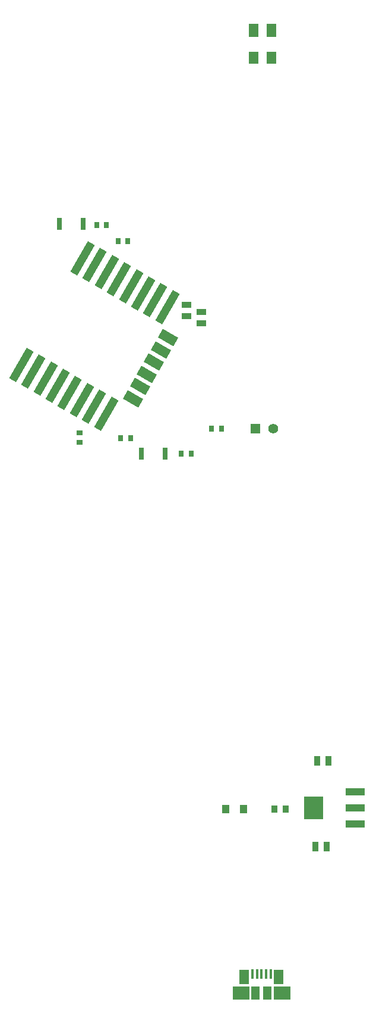
<source format=gbr>
%TF.GenerationSoftware,Altium Limited,Altium Designer,18.1.6 (161)*%
G04 Layer_Color=255*
%FSLAX26Y26*%
%MOIN*%
%TF.FileFunction,Pads,Bot*%
%TF.Part,Single*%
G01*
G75*
%TA.AperFunction,ComponentPad*%
%ADD12C,0.055118*%
%ADD13R,0.055118X0.055118*%
%TA.AperFunction,SMDPad,CuDef*%
%ADD15R,0.053150X0.037402*%
%ADD16R,0.037402X0.053150*%
G04:AMPARAMS|DCode=17|XSize=45mil|YSize=196.85mil|CornerRadius=0mil|HoleSize=0mil|Usage=FLASHONLY|Rotation=150.000|XOffset=0mil|YOffset=0mil|HoleType=Round|Shape=Rectangle|*
%AMROTATEDRECTD17*
4,1,4,0.068698,0.073989,-0.029727,-0.096489,-0.068698,-0.073989,0.029727,0.096489,0.068698,0.073989,0.0*
%
%ADD17ROTATEDRECTD17*%

G04:AMPARAMS|DCode=18|XSize=55mil|YSize=100mil|CornerRadius=0mil|HoleSize=0mil|Usage=FLASHONLY|Rotation=60.000|XOffset=0mil|YOffset=0mil|HoleType=Round|Shape=Rectangle|*
%AMROTATEDRECTD18*
4,1,4,0.029551,-0.048816,-0.057051,0.001184,-0.029551,0.048816,0.057051,-0.001184,0.029551,-0.048816,0.0*
%
%ADD18ROTATEDRECTD18*%

%ADD19R,0.035433X0.027559*%
%ADD20R,0.027559X0.035433*%
%ADD21R,0.055906X0.072047*%
%ADD22R,0.055906X0.068110*%
%TA.AperFunction,ConnectorPad*%
%ADD23R,0.046260X0.074803*%
%ADD24R,0.093504X0.074803*%
%ADD25R,0.058071X0.082677*%
%ADD26R,0.017716X0.054331*%
%TA.AperFunction,SMDPad,CuDef*%
%ADD27R,0.035433X0.039370*%
%ADD28R,0.106299X0.039370*%
%ADD29R,0.106299X0.129921*%
%ADD30R,0.043307X0.049213*%
%ADD31R,0.031496X0.066929*%
D12*
X4724000Y5875000D02*
D03*
D13*
X4624000D02*
D03*
D15*
X4235000Y6566496D02*
D03*
Y6503504D02*
D03*
X4319292Y6526496D02*
D03*
Y6463504D02*
D03*
D16*
X4968504Y4015000D02*
D03*
X5031496D02*
D03*
X4958504Y3535000D02*
D03*
X5021496D02*
D03*
D17*
X3652450Y6829000D02*
D03*
X3720000Y6790000D02*
D03*
X3788416Y6750500D02*
D03*
X3855966Y6711500D02*
D03*
X3925248Y6671500D02*
D03*
X3992798Y6632500D02*
D03*
X4060348Y6593500D02*
D03*
X4128764Y6554000D02*
D03*
X3785142Y5956829D02*
D03*
X3716726Y5996329D02*
D03*
X3649176Y6035329D02*
D03*
X3580760Y6074829D02*
D03*
X3512344Y6114329D02*
D03*
X3444794Y6153329D02*
D03*
X3375512Y6193329D02*
D03*
X3307962Y6232329D02*
D03*
D18*
X4132095Y6383518D02*
D03*
X4093095Y6315968D02*
D03*
X4054095Y6248418D02*
D03*
X4014095Y6179136D02*
D03*
X3975095Y6111586D02*
D03*
X3935095Y6042304D02*
D03*
D19*
X3635000Y5797441D02*
D03*
Y5852559D02*
D03*
D20*
X3732441Y7015000D02*
D03*
X3787559D02*
D03*
X3907559Y6925000D02*
D03*
X3852441D02*
D03*
X4262559Y5735000D02*
D03*
X4207441D02*
D03*
X4432559Y5875000D02*
D03*
X4377441D02*
D03*
X3867441Y5820000D02*
D03*
X3922559D02*
D03*
D21*
X4713337Y8104055D02*
D03*
X4613337D02*
D03*
D22*
X4713337Y7952087D02*
D03*
X4613337D02*
D03*
D23*
X4624055Y2715000D02*
D03*
X4690000D02*
D03*
D24*
X4542362D02*
D03*
X4771693D02*
D03*
D25*
X4560079Y2805551D02*
D03*
X4753976D02*
D03*
D26*
X4605846Y2819724D02*
D03*
X4631437D02*
D03*
X4657028D02*
D03*
X4682618D02*
D03*
X4708209D02*
D03*
D27*
X4793189Y3745000D02*
D03*
X4730197D02*
D03*
D28*
X5181142Y3840551D02*
D03*
Y3750000D02*
D03*
Y3659449D02*
D03*
D29*
X4948858Y3750000D02*
D03*
D30*
X4457480Y3745000D02*
D03*
X4555906D02*
D03*
D31*
X4116929Y5735000D02*
D03*
X3983071D02*
D03*
X3523071Y7020000D02*
D03*
X3656929D02*
D03*
%TF.MD5,9a8e20846e6065a86682b0db296f6306*%
M02*

</source>
